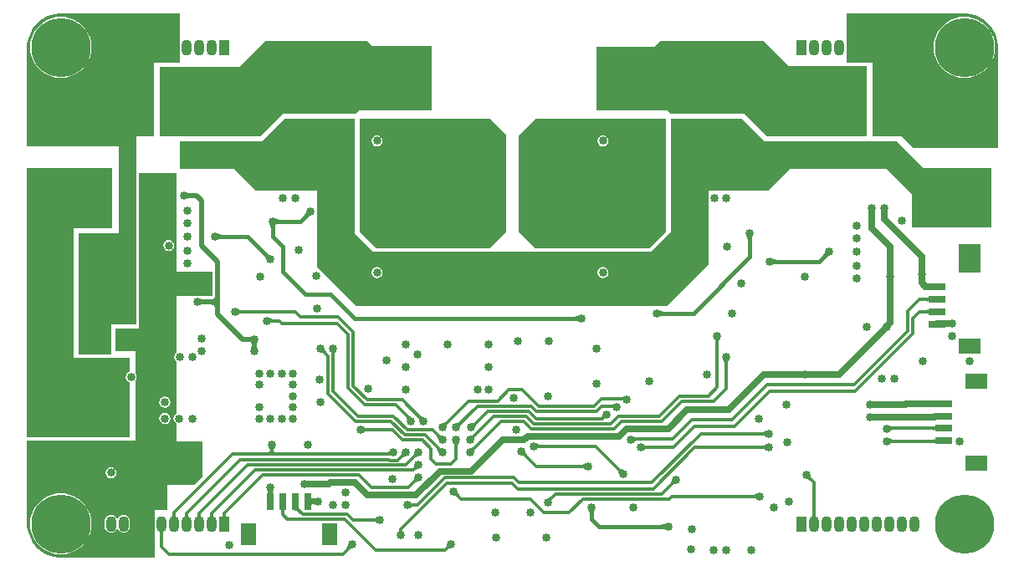
<source format=gbl>
G04*
G04 #@! TF.GenerationSoftware,Altium Limited,Altium Designer,21.0.8 (223)*
G04*
G04 Layer_Physical_Order=4*
G04 Layer_Color=16711680*
%FSLAX25Y25*%
%MOIN*%
G70*
G04*
G04 #@! TF.SameCoordinates,F73AF2F2-5EA1-4A86-BE9F-7F0372A2F074*
G04*
G04*
G04 #@! TF.FilePolarity,Positive*
G04*
G01*
G75*
%ADD20R,0.08661X0.06299*%
%ADD21R,0.07087X0.02756*%
G04:AMPARAMS|DCode=45|XSize=314.96mil|YSize=236.22mil|CornerRadius=11.81mil|HoleSize=0mil|Usage=FLASHONLY|Rotation=0.000|XOffset=0mil|YOffset=0mil|HoleType=Round|Shape=RoundedRectangle|*
%AMROUNDEDRECTD45*
21,1,0.31496,0.21260,0,0,0.0*
21,1,0.29134,0.23622,0,0,0.0*
1,1,0.02362,0.14567,-0.10630*
1,1,0.02362,-0.14567,-0.10630*
1,1,0.02362,-0.14567,0.10630*
1,1,0.02362,0.14567,0.10630*
%
%ADD45ROUNDEDRECTD45*%
%ADD139C,0.01181*%
%ADD140C,0.01772*%
%ADD141C,0.01575*%
%ADD142C,0.02559*%
%ADD144C,0.01968*%
%ADD148R,0.04331X0.06299*%
%ADD149O,0.04331X0.06299*%
%ADD150C,0.03347*%
%ADD151C,0.23622*%
%ADD152R,0.02756X0.07087*%
%ADD153R,0.06299X0.08661*%
G36*
X139279Y205500D02*
X162716D01*
Y179701D01*
X133701Y179701D01*
X132500Y178500D01*
X103500Y178500D01*
X94500Y169500D01*
X54500Y169500D01*
X54500Y197299D01*
X68799Y197299D01*
X86299D01*
X96500Y207500D01*
X137279D01*
X139279Y205500D01*
D02*
G37*
G36*
X305000Y197500D02*
X336000D01*
X336000Y169500D01*
X296500Y169500D01*
X287500Y178500D01*
X258000Y178500D01*
X256598Y179902D01*
X228583Y179902D01*
Y205098D01*
X251417D01*
X253819Y207500D01*
X295000D01*
X305000Y197500D01*
D02*
G37*
G36*
X377619Y218165D02*
X379315Y217711D01*
X380937Y217039D01*
X382457Y216161D01*
X383851Y215092D01*
X385092Y213850D01*
X386161Y212457D01*
X387039Y210937D01*
X387711Y209315D01*
X388165Y207619D01*
X388394Y205878D01*
Y205000D01*
Y165000D01*
X354500D01*
X350000Y169500D01*
X346000D01*
X338500Y169500D01*
X338500Y199000D01*
X328000D01*
Y218394D01*
X375878D01*
X377619Y218165D01*
D02*
G37*
G36*
X65240Y147136D02*
X65300Y147104D01*
X65377Y147076D01*
X65469Y147052D01*
X65577Y147031D01*
X65701Y147014D01*
X65997Y146992D01*
X66357Y146984D01*
Y145016D01*
X66169Y145014D01*
X65577Y144969D01*
X65469Y144948D01*
X65377Y144924D01*
X65300Y144896D01*
X65240Y144864D01*
X65195Y144829D01*
Y147171D01*
X65240Y147136D01*
D02*
G37*
G36*
X114483Y137827D02*
X114401Y137821D01*
X114313Y137802D01*
X114219Y137768D01*
X114120Y137722D01*
X114016Y137662D01*
X113906Y137589D01*
X113791Y137502D01*
X113544Y137287D01*
X113413Y137160D01*
X112160Y138413D01*
X112287Y138544D01*
X112502Y138791D01*
X112589Y138906D01*
X112662Y139016D01*
X112722Y139120D01*
X112768Y139219D01*
X112802Y139313D01*
X112821Y139401D01*
X112827Y139483D01*
X114483Y137827D01*
D02*
G37*
G36*
X100758Y136617D02*
X100834Y136568D01*
X100923Y136526D01*
X101026Y136489D01*
X101142Y136457D01*
X101271Y136432D01*
X101414Y136411D01*
X101740Y136389D01*
X101924Y136386D01*
Y134614D01*
X101740Y134611D01*
X101414Y134589D01*
X101271Y134569D01*
X101142Y134543D01*
X101026Y134511D01*
X100923Y134474D01*
X100834Y134432D01*
X100758Y134383D01*
X100695Y134329D01*
Y136671D01*
X100758Y136617D01*
D02*
G37*
G36*
X100617Y134242D02*
X100568Y134166D01*
X100526Y134077D01*
X100489Y133974D01*
X100457Y133858D01*
X100432Y133729D01*
X100411Y133586D01*
X100389Y133260D01*
X100386Y133077D01*
X98614D01*
X98611Y133260D01*
X98589Y133586D01*
X98568Y133729D01*
X98543Y133858D01*
X98511Y133974D01*
X98474Y134077D01*
X98431Y134166D01*
X98383Y134242D01*
X98329Y134305D01*
X100671D01*
X100617Y134242D01*
D02*
G37*
G36*
X62500Y206649D02*
X62413Y205984D01*
Y204016D01*
X62500Y203351D01*
Y199000D01*
X52000D01*
Y169500D01*
X45000Y169500D01*
X45000Y94500D01*
X35000Y94500D01*
X35000Y82500D01*
X22000Y82500D01*
X22000Y131000D01*
X38000Y131000D01*
X38000Y165500D01*
X1606Y165500D01*
Y205000D01*
Y205878D01*
X1835Y207619D01*
X2289Y209315D01*
X2961Y210937D01*
X3839Y212457D01*
X4908Y213850D01*
X6149Y215092D01*
X7542Y216161D01*
X9063Y217039D01*
X10685Y217711D01*
X12381Y218165D01*
X14122Y218394D01*
X62500D01*
X62500Y206649D01*
D02*
G37*
G36*
X290617Y129742D02*
X290568Y129666D01*
X290526Y129577D01*
X290489Y129474D01*
X290457Y129358D01*
X290431Y129228D01*
X290411Y129086D01*
X290389Y128760D01*
X290386Y128577D01*
X288614D01*
X288611Y128760D01*
X288589Y129086D01*
X288568Y129228D01*
X288543Y129358D01*
X288511Y129474D01*
X288474Y129577D01*
X288432Y129666D01*
X288383Y129742D01*
X288329Y129805D01*
X290671D01*
X290617Y129742D01*
D02*
G37*
G36*
X77573Y130617D02*
X77649Y130569D01*
X77738Y130526D01*
X77841Y130489D01*
X77957Y130457D01*
X78087Y130431D01*
X78229Y130412D01*
X78555Y130389D01*
X78738Y130386D01*
Y128614D01*
X78555Y128611D01*
X78229Y128588D01*
X78087Y128568D01*
X77957Y128543D01*
X77841Y128511D01*
X77738Y128474D01*
X77649Y128431D01*
X77573Y128383D01*
X77510Y128329D01*
Y130671D01*
X77573Y130617D01*
D02*
G37*
G36*
X192500Y170000D02*
X192500Y131500D01*
X186000Y125000D01*
X140500D01*
X134000Y131500D01*
Y176500D01*
X186000D01*
X192500Y170000D01*
D02*
G37*
G36*
X256000Y176500D02*
Y131500D01*
X249500Y125000D01*
Y125000D01*
X204000Y125000D01*
X197500Y131500D01*
Y170000D01*
X204000Y176500D01*
X256000Y176500D01*
D02*
G37*
G36*
X295500Y167500D02*
X347956Y167500D01*
X352000Y163456D01*
X358645Y156811D01*
X385748D01*
Y133189D01*
X354252Y133189D01*
X354252Y146248D01*
X344000Y156500D01*
X327000Y156500D01*
X305500Y156500D01*
X297000Y148000D01*
X273000D01*
Y118500D01*
X256500Y102000D01*
X166500Y102000D01*
X132500Y102000D01*
X117000Y117500D01*
X117000Y148000D01*
X92500Y148000D01*
X84000Y156500D01*
X62500Y156500D01*
X62500Y167500D01*
X95000Y167500D01*
X104000Y176500D01*
X132000D01*
X132000Y131000D01*
X139500Y123500D01*
X250000D01*
X258000Y131500D01*
X258000Y176500D01*
X286500D01*
X295500Y167500D01*
D02*
G37*
G36*
X321168Y121827D02*
X321086Y121821D01*
X320998Y121801D01*
X320904Y121768D01*
X320805Y121722D01*
X320701Y121662D01*
X320591Y121589D01*
X320476Y121502D01*
X320229Y121287D01*
X320098Y121160D01*
X318845Y122413D01*
X318972Y122544D01*
X319187Y122791D01*
X319274Y122906D01*
X319347Y123016D01*
X319407Y123120D01*
X319454Y123219D01*
X319486Y123313D01*
X319506Y123401D01*
X319512Y123483D01*
X321168Y121827D01*
D02*
G37*
G36*
X97544Y122713D02*
X97791Y122498D01*
X97906Y122411D01*
X98016Y122338D01*
X98120Y122278D01*
X98219Y122231D01*
X98312Y122198D01*
X98401Y122179D01*
X98483Y122173D01*
X96827Y120517D01*
X96821Y120599D01*
X96802Y120687D01*
X96768Y120781D01*
X96722Y120880D01*
X96662Y120984D01*
X96589Y121094D01*
X96502Y121209D01*
X96287Y121456D01*
X96160Y121587D01*
X97413Y122840D01*
X97544Y122713D01*
D02*
G37*
G36*
X298758Y120617D02*
X298834Y120569D01*
X298923Y120526D01*
X299026Y120489D01*
X299142Y120457D01*
X299271Y120431D01*
X299414Y120412D01*
X299740Y120389D01*
X299923Y120386D01*
Y118614D01*
X299740Y118611D01*
X299414Y118588D01*
X299271Y118569D01*
X299142Y118543D01*
X299026Y118511D01*
X298923Y118474D01*
X298834Y118431D01*
X298758Y118383D01*
X298695Y118329D01*
Y120671D01*
X298758Y120617D01*
D02*
G37*
G36*
X381299Y121429D02*
Y115130D01*
X372638D01*
X372638Y126500D01*
X381299D01*
Y121429D01*
D02*
G37*
G36*
X61000Y115500D02*
X75500Y115500D01*
X75500Y106000D01*
X61000Y106000D01*
Y83112D01*
X60933Y83067D01*
X60453Y82348D01*
X60284Y81500D01*
X60453Y80652D01*
X60933Y79933D01*
X61000Y79888D01*
X61000Y58946D01*
X60433Y58567D01*
X59953Y57848D01*
X59784Y57000D01*
X59953Y56152D01*
X60433Y55433D01*
X61000Y55054D01*
Y48000D01*
X71500D01*
Y34000D01*
X68000Y30500D01*
X57500D01*
X57500Y20561D01*
X57439Y20500D01*
X52500D01*
Y16649D01*
X52412Y15984D01*
Y14016D01*
X52500Y13351D01*
Y1606D01*
X14122D01*
X12381Y1835D01*
X10685Y2289D01*
X9063Y2961D01*
X7542Y3839D01*
X6149Y4908D01*
X4908Y6149D01*
X3839Y7542D01*
X2961Y9063D01*
X2289Y10685D01*
X1835Y12381D01*
X1606Y14122D01*
Y15000D01*
Y48240D01*
X44705D01*
Y72140D01*
X45047Y72652D01*
X45216Y73500D01*
X45047Y74348D01*
X44705Y74860D01*
Y84000D01*
X36933Y84000D01*
X36933Y92756D01*
X46000Y92756D01*
Y155000D01*
X61000D01*
X61000Y115500D01*
D02*
G37*
G36*
X360457Y103319D02*
X360445Y103431D01*
X360409Y103532D01*
X360350Y103620D01*
X360266Y103697D01*
X360159Y103762D01*
X360028Y103815D01*
X359872Y103856D01*
X359694Y103886D01*
X359491Y103903D01*
X359264Y103909D01*
Y105091D01*
X359491Y105096D01*
X359694Y105114D01*
X359872Y105144D01*
X360028Y105185D01*
X360159Y105238D01*
X360266Y105303D01*
X360350Y105380D01*
X360409Y105468D01*
X360445Y105569D01*
X360457Y105681D01*
Y103319D01*
D02*
G37*
G36*
X70740Y104636D02*
X70800Y104604D01*
X70876Y104576D01*
X70969Y104552D01*
X71077Y104531D01*
X71201Y104514D01*
X71497Y104492D01*
X71857Y104484D01*
Y102516D01*
X71669Y102514D01*
X71077Y102469D01*
X70969Y102448D01*
X70876Y102424D01*
X70800Y102396D01*
X70740Y102364D01*
X70695Y102329D01*
Y104671D01*
X70740Y104636D01*
D02*
G37*
G36*
X78484Y103500D02*
X76516Y100547D01*
X76496Y100921D01*
X76437Y101256D01*
X76339Y101551D01*
X76201Y101807D01*
X76024Y102024D01*
X75807Y102201D01*
X75551Y102339D01*
X75256Y102437D01*
X74921Y102496D01*
X74547Y102516D01*
Y104484D01*
X74921Y104504D01*
X75256Y104563D01*
X75551Y104661D01*
X75807Y104799D01*
X76024Y104976D01*
X76201Y105193D01*
X76339Y105449D01*
X76437Y105744D01*
X76496Y106079D01*
X76516Y106453D01*
X78484Y103500D01*
D02*
G37*
G36*
X360457Y98398D02*
X360445Y98510D01*
X360409Y98610D01*
X360350Y98699D01*
X360266Y98776D01*
X360159Y98840D01*
X360028Y98894D01*
X359872Y98935D01*
X359694Y98965D01*
X359491Y98982D01*
X359264Y98988D01*
Y100169D01*
X359491Y100175D01*
X359694Y100193D01*
X359872Y100222D01*
X360028Y100264D01*
X360159Y100317D01*
X360266Y100382D01*
X360350Y100459D01*
X360409Y100547D01*
X360445Y100648D01*
X360457Y100760D01*
Y98398D01*
D02*
G37*
G36*
X85811Y100561D02*
X85932Y100462D01*
X86058Y100375D01*
X86188Y100300D01*
X86323Y100236D01*
X86463Y100183D01*
X86607Y100143D01*
X86757Y100114D01*
X86911Y100096D01*
X87069Y100091D01*
Y98909D01*
X86911Y98904D01*
X86757Y98886D01*
X86607Y98857D01*
X86463Y98817D01*
X86323Y98764D01*
X86188Y98700D01*
X86058Y98625D01*
X85932Y98538D01*
X85811Y98439D01*
X85695Y98329D01*
Y100671D01*
X85811Y100561D01*
D02*
G37*
G36*
X253758Y100117D02*
X253834Y100068D01*
X253923Y100026D01*
X254026Y99989D01*
X254142Y99957D01*
X254272Y99932D01*
X254414Y99911D01*
X254740Y99889D01*
X254924Y99886D01*
Y98114D01*
X254740Y98111D01*
X254414Y98089D01*
X254272Y98068D01*
X254142Y98043D01*
X254026Y98011D01*
X253923Y97974D01*
X253834Y97931D01*
X253758Y97883D01*
X253695Y97829D01*
Y100171D01*
X253758Y100117D01*
D02*
G37*
G36*
X221305Y95829D02*
X221242Y95883D01*
X221166Y95932D01*
X221077Y95974D01*
X220974Y96011D01*
X220858Y96043D01*
X220728Y96069D01*
X220586Y96088D01*
X220260Y96111D01*
X220076Y96114D01*
Y97886D01*
X220260Y97889D01*
X220586Y97912D01*
X220728Y97931D01*
X220858Y97957D01*
X220974Y97989D01*
X221077Y98026D01*
X221166Y98068D01*
X221242Y98117D01*
X221305Y98171D01*
Y95829D01*
D02*
G37*
G36*
X98311Y97061D02*
X98432Y96962D01*
X98558Y96875D01*
X98688Y96800D01*
X98823Y96736D01*
X98963Y96684D01*
X99107Y96643D01*
X99257Y96614D01*
X99411Y96596D01*
X99569Y96591D01*
Y95410D01*
X99411Y95404D01*
X99257Y95386D01*
X99107Y95357D01*
X98963Y95316D01*
X98823Y95264D01*
X98688Y95200D01*
X98558Y95125D01*
X98432Y95038D01*
X98311Y94939D01*
X98195Y94829D01*
Y97171D01*
X98311Y97061D01*
D02*
G37*
G36*
X369543Y93476D02*
X369156Y93475D01*
X367691Y93386D01*
X367589Y93358D01*
X367528Y93327D01*
X367508Y93291D01*
Y96023D01*
X367528Y96026D01*
X367589Y96028D01*
X369543Y96035D01*
Y93476D01*
D02*
G37*
G36*
X277561Y88689D02*
X277462Y88568D01*
X277375Y88442D01*
X277300Y88312D01*
X277236Y88177D01*
X277184Y88037D01*
X277143Y87893D01*
X277114Y87743D01*
X277096Y87589D01*
X277091Y87431D01*
X275909D01*
X275904Y87589D01*
X275886Y87743D01*
X275857Y87893D01*
X275816Y88037D01*
X275764Y88177D01*
X275700Y88312D01*
X275625Y88442D01*
X275538Y88568D01*
X275439Y88689D01*
X275329Y88805D01*
X277671D01*
X277561Y88689D01*
D02*
G37*
G36*
X90720Y87422D02*
X90675Y87464D01*
X90615Y87501D01*
X90538Y87534D01*
X90446Y87563D01*
X90338Y87587D01*
X90214Y87607D01*
X89918Y87633D01*
X89560Y87642D01*
X89744Y89610D01*
X89933Y89612D01*
X90631Y89663D01*
X90722Y89683D01*
X90797Y89705D01*
X90855Y89730D01*
X90897Y89758D01*
X90720Y87422D01*
D02*
G37*
G36*
X93136Y87261D02*
X93104Y87200D01*
X93076Y87124D01*
X93052Y87031D01*
X93031Y86923D01*
X93014Y86799D01*
X92992Y86503D01*
X92986Y86212D01*
X92986Y86169D01*
X93031Y85577D01*
X93052Y85469D01*
X93076Y85377D01*
X93104Y85300D01*
X93136Y85239D01*
X93171Y85195D01*
X90829D01*
X90864Y85239D01*
X90896Y85300D01*
X90924Y85377D01*
X90948Y85469D01*
X90969Y85577D01*
X90986Y85701D01*
X91008Y85997D01*
X91014Y86288D01*
X91014Y86331D01*
X90969Y86923D01*
X90948Y87031D01*
X90924Y87124D01*
X90896Y87200D01*
X90864Y87261D01*
X90829Y87305D01*
X93171D01*
X93136Y87261D01*
D02*
G37*
G36*
X120177Y84823D02*
X120193Y84668D01*
X120220Y84517D01*
X120259Y84372D01*
X120309Y84231D01*
X120371Y84095D01*
X120445Y83964D01*
X120530Y83838D01*
X120626Y83717D01*
X120735Y83601D01*
X119899Y82766D01*
X119783Y82874D01*
X119662Y82970D01*
X119536Y83055D01*
X119405Y83129D01*
X119269Y83191D01*
X119128Y83241D01*
X118983Y83280D01*
X118832Y83307D01*
X118677Y83323D01*
X118517Y83327D01*
X120173Y84983D01*
X120177Y84823D01*
D02*
G37*
G36*
X124561Y83689D02*
X124462Y83568D01*
X124375Y83442D01*
X124300Y83312D01*
X124236Y83177D01*
X124183Y83037D01*
X124143Y82893D01*
X124114Y82743D01*
X124096Y82589D01*
X124091Y82430D01*
X122909D01*
X122904Y82589D01*
X122886Y82743D01*
X122857Y82893D01*
X122817Y83037D01*
X122764Y83177D01*
X122700Y83312D01*
X122625Y83442D01*
X122538Y83568D01*
X122439Y83689D01*
X122329Y83805D01*
X124671D01*
X124561Y83689D01*
D02*
G37*
G36*
X281061Y80189D02*
X280962Y80068D01*
X280875Y79942D01*
X280800Y79812D01*
X280736Y79677D01*
X280683Y79537D01*
X280643Y79392D01*
X280614Y79243D01*
X280596Y79089D01*
X280591Y78930D01*
X279410D01*
X279404Y79089D01*
X279386Y79243D01*
X279357Y79392D01*
X279316Y79537D01*
X279264Y79677D01*
X279200Y79812D01*
X279125Y79942D01*
X279038Y80068D01*
X278939Y80189D01*
X278829Y80305D01*
X281171D01*
X281061Y80189D01*
D02*
G37*
G36*
X363126Y61516D02*
X363101Y61532D01*
X363024Y61547D01*
X362896Y61560D01*
X362205Y61589D01*
X360567Y61602D01*
Y64161D01*
X363126Y64248D01*
Y61516D01*
D02*
G37*
G36*
X231805Y56978D02*
X231765Y56989D01*
X231720Y56989D01*
X231668Y56977D01*
X231611Y56955D01*
X231548Y56921D01*
X231479Y56876D01*
X231404Y56819D01*
X231236Y56673D01*
X231143Y56582D01*
X230308Y57418D01*
X230419Y57530D01*
X230738Y57899D01*
X230787Y57971D01*
X230823Y58034D01*
X230848Y58089D01*
X230859Y58136D01*
X230859Y58174D01*
X231805Y56978D01*
D02*
G37*
G36*
X153635Y58256D02*
X153752Y58157D01*
X153874Y58066D01*
X154001Y57982D01*
X154134Y57905D01*
X154271Y57836D01*
X154414Y57774D01*
X154561Y57719D01*
X154714Y57672D01*
X154872Y57631D01*
X152876Y56405D01*
X152906Y56552D01*
X152920Y56697D01*
X152918Y56839D01*
X152901Y56977D01*
X152868Y57112D01*
X152820Y57244D01*
X152757Y57373D01*
X152678Y57499D01*
X152583Y57622D01*
X152473Y57741D01*
X153523Y58362D01*
X153635Y58256D01*
D02*
G37*
G36*
X158217Y58126D02*
X158338Y58030D01*
X158464Y57945D01*
X158595Y57871D01*
X158731Y57809D01*
X158872Y57759D01*
X159017Y57720D01*
X159168Y57693D01*
X159323Y57677D01*
X159483Y57673D01*
X157827Y56017D01*
X157823Y56177D01*
X157807Y56332D01*
X157780Y56483D01*
X157741Y56628D01*
X157691Y56769D01*
X157629Y56905D01*
X157555Y57036D01*
X157470Y57162D01*
X157374Y57283D01*
X157265Y57399D01*
X158101Y58235D01*
X158217Y58126D01*
D02*
G37*
G36*
X180810Y54700D02*
X180703Y54586D01*
X180605Y54466D01*
X180517Y54341D01*
X180438Y54211D01*
X180369Y54076D01*
X180309Y53936D01*
X180259Y53790D01*
X180218Y53640D01*
X180186Y53484D01*
X180164Y53322D01*
X178711Y55160D01*
X178866Y55147D01*
X179018Y55147D01*
X179165Y55161D01*
X179308Y55189D01*
X179447Y55230D01*
X179582Y55285D01*
X179712Y55353D01*
X179839Y55435D01*
X179961Y55531D01*
X180079Y55640D01*
X180810Y54700D01*
D02*
G37*
G36*
X174734Y54899D02*
X174626Y54783D01*
X174530Y54662D01*
X174445Y54536D01*
X174371Y54405D01*
X174309Y54269D01*
X174259Y54128D01*
X174220Y53983D01*
X174193Y53832D01*
X174177Y53677D01*
X174173Y53517D01*
X172517Y55173D01*
X172677Y55177D01*
X172832Y55193D01*
X172983Y55220D01*
X173128Y55259D01*
X173269Y55309D01*
X173405Y55371D01*
X173536Y55445D01*
X173662Y55530D01*
X173783Y55626D01*
X173899Y55734D01*
X174734Y54899D01*
D02*
G37*
G36*
X169235D02*
X169126Y54783D01*
X169030Y54662D01*
X168945Y54536D01*
X168871Y54405D01*
X168809Y54269D01*
X168759Y54128D01*
X168720Y53983D01*
X168693Y53832D01*
X168677Y53677D01*
X168673Y53517D01*
X167017Y55173D01*
X167177Y55177D01*
X167332Y55193D01*
X167483Y55220D01*
X167628Y55259D01*
X167769Y55309D01*
X167905Y55371D01*
X168036Y55445D01*
X168162Y55530D01*
X168283Y55626D01*
X168399Y55734D01*
X169235Y54899D01*
D02*
G37*
G36*
X345299Y54076D02*
X345421Y53978D01*
X345548Y53892D01*
X345679Y53817D01*
X345815Y53754D01*
X345955Y53702D01*
X346100Y53662D01*
X346250Y53633D01*
X346403Y53616D01*
X346562Y53610D01*
X346577Y52429D01*
X346418Y52423D01*
X346264Y52406D01*
X346115Y52376D01*
X345971Y52335D01*
X345831Y52283D01*
X345697Y52218D01*
X345567Y52142D01*
X345443Y52054D01*
X345323Y51954D01*
X345209Y51843D01*
X345181Y54185D01*
X345299Y54076D01*
D02*
G37*
G36*
X363138Y51839D02*
X363126Y51951D01*
X363090Y52051D01*
X363031Y52140D01*
X362947Y52217D01*
X362840Y52281D01*
X362709Y52335D01*
X362554Y52376D01*
X362375Y52406D01*
X362172Y52423D01*
X361945Y52429D01*
Y53610D01*
X362172Y53616D01*
X362375Y53634D01*
X362554Y53663D01*
X362709Y53705D01*
X362840Y53758D01*
X362947Y53823D01*
X363031Y53900D01*
X363090Y53988D01*
X363126Y54089D01*
X363138Y54201D01*
Y51839D01*
D02*
G37*
G36*
X135811Y53561D02*
X135932Y53462D01*
X136058Y53375D01*
X136188Y53300D01*
X136323Y53236D01*
X136463Y53184D01*
X136608Y53143D01*
X136757Y53114D01*
X136911Y53096D01*
X137069Y53091D01*
Y51910D01*
X136911Y51904D01*
X136757Y51886D01*
X136608Y51857D01*
X136463Y51816D01*
X136323Y51764D01*
X136188Y51700D01*
X136058Y51625D01*
X135932Y51538D01*
X135811Y51439D01*
X135695Y51329D01*
Y53671D01*
X135811Y53561D01*
D02*
G37*
G36*
X180192Y49819D02*
X180076Y49698D01*
X179885Y49467D01*
X179810Y49358D01*
X179749Y49252D01*
X179701Y49150D01*
X179668Y49053D01*
X179648Y48959D01*
X179642Y48868D01*
X179649Y48782D01*
X178335Y50139D01*
X178421Y50129D01*
X178511Y50132D01*
X178604Y50149D01*
X178701Y50180D01*
X178801Y50225D01*
X178905Y50283D01*
X179013Y50355D01*
X179124Y50441D01*
X179239Y50541D01*
X179357Y50654D01*
X180192Y49819D01*
D02*
G37*
G36*
X295805Y49829D02*
X295689Y49939D01*
X295568Y50038D01*
X295442Y50125D01*
X295312Y50200D01*
X295177Y50264D01*
X295037Y50317D01*
X294893Y50357D01*
X294743Y50386D01*
X294589Y50404D01*
X294430Y50409D01*
Y51591D01*
X294589Y51596D01*
X294743Y51614D01*
X294893Y51643D01*
X295037Y51683D01*
X295177Y51736D01*
X295312Y51800D01*
X295442Y51875D01*
X295568Y51962D01*
X295689Y52061D01*
X295805Y52171D01*
Y49829D01*
D02*
G37*
G36*
X35500Y133000D02*
X20000D01*
X20000Y81114D01*
X42500Y81114D01*
Y75616D01*
X42152Y75547D01*
X41433Y75067D01*
X40953Y74348D01*
X40784Y73500D01*
X40953Y72652D01*
X41433Y71933D01*
X42152Y71453D01*
X42500Y71384D01*
X42500Y49421D01*
X1606Y49421D01*
Y157000D01*
X35500D01*
X35500Y133000D01*
D02*
G37*
G36*
X165717Y50626D02*
X165838Y50530D01*
X165964Y50445D01*
X166095Y50371D01*
X166231Y50309D01*
X166372Y50259D01*
X166517Y50220D01*
X166668Y50193D01*
X166823Y50177D01*
X166983Y50173D01*
X165327Y48517D01*
X165323Y48677D01*
X165307Y48832D01*
X165280Y48983D01*
X165241Y49128D01*
X165191Y49269D01*
X165129Y49405D01*
X165055Y49536D01*
X164970Y49662D01*
X164874Y49783D01*
X164766Y49899D01*
X165601Y50735D01*
X165717Y50626D01*
D02*
G37*
G36*
X243129Y49752D02*
X243265Y49668D01*
X243404Y49595D01*
X243545Y49531D01*
X243689Y49477D01*
X243835Y49433D01*
X243983Y49398D01*
X244134Y49374D01*
X244287Y49359D01*
X244443Y49354D01*
X244645Y48173D01*
X244484Y48167D01*
X244330Y48148D01*
X244183Y48116D01*
X244044Y48071D01*
X243912Y48013D01*
X243788Y47942D01*
X243671Y47859D01*
X243562Y47763D01*
X243459Y47654D01*
X243365Y47532D01*
X242995Y49845D01*
X243129Y49752D01*
D02*
G37*
G36*
X345311Y49061D02*
X345432Y48962D01*
X345558Y48875D01*
X345688Y48800D01*
X345823Y48736D01*
X345963Y48684D01*
X346108Y48643D01*
X346257Y48614D01*
X346411Y48596D01*
X346569Y48591D01*
Y47409D01*
X346411Y47404D01*
X346257Y47386D01*
X346108Y47357D01*
X345963Y47317D01*
X345823Y47264D01*
X345688Y47200D01*
X345558Y47125D01*
X345432Y47038D01*
X345311Y46939D01*
X345195Y46829D01*
Y49171D01*
X345311Y49061D01*
D02*
G37*
G36*
X363138Y46819D02*
X363126Y46931D01*
X363090Y47032D01*
X363031Y47120D01*
X362947Y47197D01*
X362840Y47262D01*
X362709Y47315D01*
X362554Y47356D01*
X362375Y47386D01*
X362172Y47403D01*
X361945Y47409D01*
Y48591D01*
X362172Y48597D01*
X362375Y48614D01*
X362554Y48644D01*
X362709Y48685D01*
X362840Y48738D01*
X362947Y48803D01*
X363031Y48880D01*
X363090Y48968D01*
X363126Y49069D01*
X363138Y49181D01*
Y46819D01*
D02*
G37*
G36*
X173561Y47189D02*
X173462Y47068D01*
X173375Y46942D01*
X173300Y46812D01*
X173236Y46677D01*
X173184Y46537D01*
X173143Y46393D01*
X173114Y46243D01*
X173096Y46089D01*
X173091Y45930D01*
X171909D01*
X171904Y46089D01*
X171886Y46243D01*
X171857Y46393D01*
X171817Y46537D01*
X171764Y46677D01*
X171700Y46812D01*
X171625Y46942D01*
X171538Y47068D01*
X171439Y47189D01*
X171329Y47305D01*
X173671D01*
X173561Y47189D01*
D02*
G37*
G36*
X204811Y47061D02*
X204932Y46962D01*
X205058Y46875D01*
X205188Y46800D01*
X205323Y46736D01*
X205463Y46683D01*
X205608Y46643D01*
X205757Y46614D01*
X205911Y46596D01*
X206069Y46591D01*
Y45409D01*
X205911Y45404D01*
X205757Y45386D01*
X205608Y45357D01*
X205463Y45316D01*
X205323Y45264D01*
X205188Y45200D01*
X205058Y45125D01*
X204932Y45038D01*
X204811Y44939D01*
X204695Y44829D01*
Y47171D01*
X204811Y47061D01*
D02*
G37*
G36*
X295805Y44329D02*
X295689Y44439D01*
X295568Y44538D01*
X295442Y44625D01*
X295312Y44700D01*
X295177Y44764D01*
X295037Y44816D01*
X294893Y44857D01*
X294743Y44886D01*
X294589Y44904D01*
X294430Y44909D01*
Y46091D01*
X294589Y46096D01*
X294743Y46114D01*
X294893Y46143D01*
X295037Y46183D01*
X295177Y46236D01*
X295312Y46300D01*
X295442Y46375D01*
X295568Y46462D01*
X295689Y46561D01*
X295805Y46671D01*
Y44329D01*
D02*
G37*
G36*
X247311Y46561D02*
X247432Y46462D01*
X247558Y46375D01*
X247688Y46300D01*
X247823Y46236D01*
X247963Y46183D01*
X248108Y46143D01*
X248257Y46114D01*
X248411Y46096D01*
X248569Y46091D01*
Y44909D01*
X248411Y44904D01*
X248257Y44886D01*
X248108Y44857D01*
X247963Y44816D01*
X247823Y44764D01*
X247688Y44700D01*
X247558Y44625D01*
X247432Y44538D01*
X247311Y44439D01*
X247195Y44329D01*
Y46671D01*
X247311Y46561D01*
D02*
G37*
G36*
X180235Y44899D02*
X180126Y44783D01*
X180030Y44662D01*
X179945Y44536D01*
X179871Y44405D01*
X179809Y44269D01*
X179759Y44128D01*
X179720Y43983D01*
X179693Y43832D01*
X179677Y43677D01*
X179673Y43517D01*
X178017Y45173D01*
X178177Y45177D01*
X178332Y45193D01*
X178483Y45220D01*
X178628Y45259D01*
X178769Y45309D01*
X178905Y45371D01*
X179036Y45445D01*
X179162Y45530D01*
X179283Y45626D01*
X179399Y45735D01*
X180235Y44899D01*
D02*
G37*
G36*
X165717Y45626D02*
X165838Y45530D01*
X165964Y45445D01*
X166095Y45371D01*
X166231Y45309D01*
X166372Y45259D01*
X166517Y45220D01*
X166668Y45193D01*
X166823Y45177D01*
X166983Y45173D01*
X165327Y43517D01*
X165323Y43677D01*
X165307Y43832D01*
X165280Y43983D01*
X165241Y44128D01*
X165191Y44269D01*
X165129Y44405D01*
X165055Y44536D01*
X164970Y44662D01*
X164874Y44783D01*
X164766Y44899D01*
X165601Y45735D01*
X165717Y45626D01*
D02*
G37*
G36*
X100061Y45189D02*
X99962Y45068D01*
X99875Y44942D01*
X99800Y44812D01*
X99736Y44677D01*
X99683Y44537D01*
X99643Y44392D01*
X99636Y44357D01*
X99638Y44346D01*
X99697Y44169D01*
X99779Y44016D01*
X99886Y43886D01*
X100016Y43780D01*
X100169Y43697D01*
X100347Y43638D01*
X100547Y43602D01*
X100772Y43591D01*
X99000Y42409D01*
X97228Y43591D01*
X97453Y43602D01*
X97654Y43638D01*
X97831Y43697D01*
X97984Y43780D01*
X98114Y43886D01*
X98220Y44016D01*
X98303Y44169D01*
X98362Y44346D01*
X98364Y44357D01*
X98357Y44392D01*
X98317Y44537D01*
X98264Y44677D01*
X98200Y44812D01*
X98125Y44942D01*
X98038Y45068D01*
X97939Y45189D01*
X97829Y45305D01*
X100171D01*
X100061Y45189D01*
D02*
G37*
G36*
X200177Y43823D02*
X200193Y43668D01*
X200220Y43517D01*
X200259Y43372D01*
X200309Y43231D01*
X200371Y43095D01*
X200445Y42964D01*
X200530Y42838D01*
X200626Y42717D01*
X200734Y42601D01*
X199899Y41765D01*
X199783Y41874D01*
X199662Y41970D01*
X199536Y42055D01*
X199405Y42129D01*
X199269Y42191D01*
X199128Y42241D01*
X198983Y42280D01*
X198832Y42307D01*
X198677Y42323D01*
X198517Y42327D01*
X200173Y43983D01*
X200177Y43823D01*
D02*
G37*
G36*
X157483Y41827D02*
X157323Y41823D01*
X157168Y41807D01*
X157017Y41780D01*
X156872Y41741D01*
X156731Y41691D01*
X156595Y41629D01*
X156464Y41555D01*
X156338Y41470D01*
X156217Y41374D01*
X156101Y41265D01*
X155265Y42101D01*
X155374Y42217D01*
X155470Y42338D01*
X155555Y42464D01*
X155629Y42595D01*
X155691Y42731D01*
X155741Y42872D01*
X155780Y43017D01*
X155807Y43168D01*
X155823Y43323D01*
X155827Y43483D01*
X157483Y41827D01*
D02*
G37*
G36*
X152483D02*
X152323Y41823D01*
X152168Y41807D01*
X152017Y41780D01*
X151872Y41741D01*
X151731Y41691D01*
X151595Y41629D01*
X151464Y41555D01*
X151338Y41470D01*
X151217Y41374D01*
X151101Y41265D01*
X150266Y42101D01*
X150374Y42217D01*
X150470Y42338D01*
X150555Y42464D01*
X150629Y42595D01*
X150691Y42731D01*
X150741Y42872D01*
X150780Y43017D01*
X150807Y43168D01*
X150823Y43323D01*
X150827Y43483D01*
X152483Y41827D01*
D02*
G37*
G36*
X223805Y36829D02*
X223689Y36939D01*
X223568Y37038D01*
X223442Y37125D01*
X223312Y37200D01*
X223177Y37264D01*
X223037Y37317D01*
X222892Y37357D01*
X222743Y37386D01*
X222589Y37404D01*
X222430Y37409D01*
Y38591D01*
X222589Y38596D01*
X222743Y38614D01*
X222892Y38643D01*
X223037Y38684D01*
X223177Y38736D01*
X223312Y38800D01*
X223442Y38875D01*
X223568Y38962D01*
X223689Y39061D01*
X223805Y39171D01*
Y36829D01*
D02*
G37*
G36*
X157483Y36827D02*
X157323Y36823D01*
X157168Y36807D01*
X157017Y36780D01*
X156872Y36741D01*
X156731Y36691D01*
X156595Y36629D01*
X156464Y36555D01*
X156338Y36470D01*
X156217Y36374D01*
X156101Y36266D01*
X155265Y37101D01*
X155374Y37217D01*
X155470Y37338D01*
X155555Y37464D01*
X155629Y37595D01*
X155691Y37731D01*
X155741Y37872D01*
X155780Y38017D01*
X155807Y38168D01*
X155823Y38323D01*
X155827Y38483D01*
X157483Y36827D01*
D02*
G37*
G36*
X237717Y37126D02*
X237838Y37030D01*
X237964Y36945D01*
X238095Y36871D01*
X238231Y36809D01*
X238372Y36759D01*
X238517Y36720D01*
X238668Y36693D01*
X238823Y36677D01*
X238983Y36673D01*
X237327Y35017D01*
X237323Y35177D01*
X237307Y35332D01*
X237280Y35483D01*
X237241Y35628D01*
X237191Y35769D01*
X237129Y35905D01*
X237055Y36036D01*
X236970Y36162D01*
X236874Y36283D01*
X236766Y36399D01*
X237601Y37235D01*
X237717Y37126D01*
D02*
G37*
G36*
X313677Y34323D02*
X313693Y34168D01*
X313720Y34017D01*
X313759Y33872D01*
X313809Y33731D01*
X313871Y33595D01*
X313945Y33464D01*
X314030Y33338D01*
X314126Y33217D01*
X314234Y33101D01*
X313399Y32265D01*
X313283Y32374D01*
X313162Y32470D01*
X313036Y32555D01*
X312905Y32629D01*
X312769Y32691D01*
X312628Y32741D01*
X312483Y32780D01*
X312332Y32807D01*
X312177Y32823D01*
X312017Y32827D01*
X313673Y34483D01*
X313677Y34323D01*
D02*
G37*
G36*
X157483Y31827D02*
X157323Y31823D01*
X157168Y31807D01*
X157017Y31780D01*
X156872Y31741D01*
X156731Y31691D01*
X156595Y31629D01*
X156464Y31555D01*
X156338Y31470D01*
X156217Y31374D01*
X156101Y31266D01*
X155265Y32101D01*
X155374Y32217D01*
X155470Y32338D01*
X155555Y32464D01*
X155629Y32595D01*
X155691Y32731D01*
X155741Y32872D01*
X155780Y33017D01*
X155807Y33168D01*
X155823Y33323D01*
X155827Y33483D01*
X157483Y31827D01*
D02*
G37*
G36*
X259983Y30827D02*
X259823Y30823D01*
X259668Y30807D01*
X259517Y30780D01*
X259372Y30741D01*
X259231Y30691D01*
X259095Y30629D01*
X258964Y30555D01*
X258838Y30470D01*
X258717Y30374D01*
X258601Y30266D01*
X257766Y31101D01*
X257874Y31217D01*
X257970Y31338D01*
X258055Y31464D01*
X258129Y31595D01*
X258191Y31731D01*
X258241Y31872D01*
X258280Y32017D01*
X258307Y32168D01*
X258323Y32323D01*
X258327Y32483D01*
X259983Y30827D01*
D02*
G37*
G36*
X99548Y28968D02*
X99594Y28343D01*
X99713Y28347D01*
X99681Y28304D01*
X99652Y28244D01*
X99626Y28168D01*
X99612Y28108D01*
X99614Y28082D01*
X99654Y27866D01*
X99702Y27689D01*
X99759Y27551D01*
X99825Y27453D01*
X99900Y27393D01*
X99984Y27374D01*
X99545D01*
X99543Y27188D01*
X97575Y27102D01*
X97573Y27289D01*
X97567Y27374D01*
X97252D01*
X97313Y27393D01*
X97368Y27453D01*
X97417Y27551D01*
X97459Y27689D01*
X97494Y27866D01*
X97507Y27963D01*
X97502Y27989D01*
X97475Y28082D01*
X97445Y28159D01*
X97410Y28220D01*
X97372Y28264D01*
X97536Y28270D01*
X97562Y28634D01*
X97575Y29342D01*
X99543D01*
X99548Y28968D01*
D02*
G37*
G36*
X173177Y27823D02*
X173193Y27668D01*
X173220Y27517D01*
X173259Y27372D01*
X173309Y27231D01*
X173371Y27095D01*
X173445Y26964D01*
X173530Y26838D01*
X173626Y26717D01*
X173734Y26601D01*
X172899Y25765D01*
X172783Y25874D01*
X172662Y25970D01*
X172536Y26055D01*
X172405Y26129D01*
X172269Y26191D01*
X172128Y26241D01*
X171983Y26280D01*
X171832Y26307D01*
X171677Y26323D01*
X171517Y26327D01*
X173173Y27983D01*
X173177Y27823D01*
D02*
G37*
G36*
X292305Y24829D02*
X292189Y24939D01*
X292068Y25038D01*
X291942Y25125D01*
X291812Y25200D01*
X291677Y25264D01*
X291537Y25317D01*
X291392Y25357D01*
X291243Y25386D01*
X291089Y25404D01*
X290931Y25409D01*
Y26591D01*
X291089Y26596D01*
X291243Y26614D01*
X291392Y26643D01*
X291537Y26684D01*
X291677Y26736D01*
X291812Y26800D01*
X291942Y26875D01*
X292068Y26962D01*
X292189Y27061D01*
X292305Y27171D01*
Y24829D01*
D02*
G37*
G36*
X211049Y25214D02*
X210939Y25094D01*
X210844Y24972D01*
X210764Y24846D01*
X210700Y24716D01*
X210650Y24584D01*
X210616Y24448D01*
X210597Y24308D01*
X210594Y24165D01*
X210605Y24019D01*
X210632Y23870D01*
X208663Y25139D01*
X208822Y25176D01*
X208975Y25221D01*
X209124Y25273D01*
X209267Y25333D01*
X209405Y25401D01*
X209538Y25476D01*
X209666Y25559D01*
X209789Y25650D01*
X209907Y25748D01*
X210019Y25854D01*
X211049Y25214D01*
D02*
G37*
G36*
X114756Y25782D02*
X114815Y25614D01*
X114914Y25466D01*
X115053Y25339D01*
X115231Y25230D01*
X115449Y25142D01*
X115706Y25073D01*
X115940Y25034D01*
X116031Y25052D01*
X116123Y25076D01*
X116200Y25104D01*
X116261Y25136D01*
X116305Y25171D01*
Y24997D01*
X116340Y24994D01*
X116716Y24984D01*
Y23016D01*
X116340Y23006D01*
X116305Y23003D01*
Y22829D01*
X116261Y22864D01*
X116200Y22896D01*
X116123Y22924D01*
X116031Y22948D01*
X115940Y22966D01*
X115706Y22927D01*
X115449Y22858D01*
X115231Y22770D01*
X115053Y22661D01*
X114914Y22534D01*
X114815Y22386D01*
X114756Y22219D01*
X114736Y22031D01*
Y25969D01*
X114756Y25782D01*
D02*
G37*
G36*
X154311Y23561D02*
X154432Y23462D01*
X154558Y23375D01*
X154688Y23300D01*
X154823Y23236D01*
X154963Y23183D01*
X155107Y23143D01*
X155257Y23114D01*
X155411Y23096D01*
X155570Y23090D01*
Y21910D01*
X155411Y21904D01*
X155257Y21886D01*
X155107Y21857D01*
X154963Y21816D01*
X154823Y21764D01*
X154688Y21700D01*
X154558Y21625D01*
X154432Y21538D01*
X154311Y21439D01*
X154195Y21329D01*
Y23671D01*
X154311Y23561D01*
D02*
G37*
G36*
X109749Y21891D02*
X109717Y21783D01*
X109718Y21658D01*
X109753Y21517D01*
X109821Y21358D01*
X109922Y21183D01*
X110057Y20990D01*
X110225Y20781D01*
X110662Y20311D01*
X109827Y19476D01*
X109583Y19711D01*
X109148Y20081D01*
X108955Y20216D01*
X108780Y20317D01*
X108621Y20385D01*
X108479Y20420D01*
X108355Y20421D01*
X108247Y20389D01*
X108156Y20323D01*
X109815Y21982D01*
X109749Y21891D01*
D02*
G37*
G36*
X104608Y20311D02*
X104508Y20276D01*
X104419Y20216D01*
X104342Y20132D01*
X104278Y20025D01*
X104224Y19894D01*
X104183Y19739D01*
X104154Y19560D01*
X104136Y19357D01*
X104130Y19130D01*
X102949D01*
X102943Y19357D01*
X102925Y19560D01*
X102896Y19739D01*
X102854Y19894D01*
X102801Y20025D01*
X102736Y20132D01*
X102659Y20216D01*
X102571Y20276D01*
X102471Y20311D01*
X102358Y20323D01*
X104720D01*
X104608Y20311D01*
D02*
G37*
G36*
X227598Y20224D02*
X227533Y20133D01*
X227476Y20031D01*
X227426Y19919D01*
X227383Y19796D01*
X227349Y19662D01*
X227322Y19517D01*
X227303Y19362D01*
X227291Y19196D01*
X227287Y19020D01*
X225713D01*
X225709Y19196D01*
X225678Y19517D01*
X225651Y19662D01*
X225617Y19796D01*
X225574Y19919D01*
X225524Y20031D01*
X225467Y20133D01*
X225402Y20224D01*
X225329Y20305D01*
X227671D01*
X227598Y20224D01*
D02*
G37*
G36*
X80825Y19020D02*
X80840Y18832D01*
X80865Y18666D01*
X80900Y18523D01*
X80945Y18402D01*
X81000Y18302D01*
X81065Y18225D01*
X81141Y18170D01*
X81226Y18137D01*
X81321Y18126D01*
X79138D01*
X79233Y18137D01*
X79318Y18170D01*
X79393Y18225D01*
X79458Y18302D01*
X79514Y18402D01*
X79559Y18523D01*
X79594Y18666D01*
X79619Y18832D01*
X79634Y19020D01*
X79639Y19229D01*
X80820D01*
X80825Y19020D01*
D02*
G37*
G36*
X75689Y18865D02*
X75718Y18477D01*
X75742Y18318D01*
X75775Y18184D01*
X75814Y18074D01*
X75860Y17987D01*
X75913Y17924D01*
X75974Y17886D01*
X76042Y17871D01*
X74148Y17949D01*
X74216Y17958D01*
X74277Y17990D01*
X74330Y18046D01*
X74376Y18125D01*
X74415Y18228D01*
X74447Y18355D01*
X74472Y18504D01*
X74490Y18678D01*
X74504Y19095D01*
X75686D01*
X75689Y18865D01*
D02*
G37*
G36*
X70689D02*
X70718Y18477D01*
X70742Y18318D01*
X70775Y18184D01*
X70814Y18074D01*
X70860Y17987D01*
X70913Y17924D01*
X70974Y17886D01*
X71042Y17871D01*
X69148Y17949D01*
X69216Y17958D01*
X69276Y17990D01*
X69330Y18046D01*
X69376Y18125D01*
X69415Y18228D01*
X69447Y18355D01*
X69472Y18504D01*
X69490Y18678D01*
X69504Y19095D01*
X70685D01*
X70689Y18865D01*
D02*
G37*
G36*
X315596Y18972D02*
X315643Y18502D01*
X315684Y18311D01*
X315736Y18150D01*
X315800Y18018D01*
X315876Y17915D01*
X315964Y17841D01*
X316063Y17797D01*
X316174Y17783D01*
X313826D01*
X313937Y17797D01*
X314036Y17841D01*
X314124Y17915D01*
X314199Y18018D01*
X314264Y18150D01*
X314316Y18311D01*
X314357Y18502D01*
X314386Y18723D01*
X314404Y18972D01*
X314409Y19252D01*
X315591D01*
X315596Y18972D01*
D02*
G37*
G36*
X60596D02*
X60643Y18502D01*
X60684Y18311D01*
X60736Y18150D01*
X60800Y18018D01*
X60876Y17915D01*
X60964Y17841D01*
X61063Y17797D01*
X61174Y17783D01*
X58826D01*
X58937Y17797D01*
X59036Y17841D01*
X59124Y17915D01*
X59200Y18018D01*
X59264Y18150D01*
X59316Y18311D01*
X59357Y18502D01*
X59386Y18723D01*
X59404Y18972D01*
X59409Y19252D01*
X60590D01*
X60596Y18972D01*
D02*
G37*
G36*
X65767Y18911D02*
X65803Y18469D01*
X65833Y18287D01*
X65873Y18133D01*
X65922Y18005D01*
X65979Y17903D01*
X66045Y17829D01*
X66120Y17781D01*
X66204Y17760D01*
X64138Y17945D01*
X64222Y17950D01*
X64298Y17981D01*
X64364Y18039D01*
X64422Y18122D01*
X64471Y18232D01*
X64511Y18368D01*
X64542Y18530D01*
X64564Y18718D01*
X64577Y18932D01*
X64582Y19172D01*
X65763D01*
X65767Y18911D01*
D02*
G37*
G36*
X140805Y15329D02*
X140689Y15439D01*
X140568Y15538D01*
X140442Y15625D01*
X140312Y15700D01*
X140177Y15764D01*
X140037Y15816D01*
X139892Y15857D01*
X139743Y15886D01*
X139589Y15904D01*
X139430Y15910D01*
Y17090D01*
X139589Y17096D01*
X139743Y17114D01*
X139892Y17143D01*
X140037Y17184D01*
X140177Y17236D01*
X140312Y17300D01*
X140442Y17375D01*
X140568Y17462D01*
X140689Y17561D01*
X140805Y17671D01*
Y15329D01*
D02*
G37*
G36*
X255805Y12829D02*
X255725Y12902D01*
X255633Y12967D01*
X255531Y13025D01*
X255419Y13074D01*
X255296Y13117D01*
X255162Y13151D01*
X255017Y13178D01*
X254862Y13197D01*
X254696Y13209D01*
X254520Y13213D01*
Y14787D01*
X254696Y14791D01*
X255017Y14822D01*
X255162Y14849D01*
X255296Y14883D01*
X255419Y14926D01*
X255531Y14976D01*
X255633Y15033D01*
X255725Y15098D01*
X255805Y15171D01*
Y12829D01*
D02*
G37*
G36*
X151094Y12832D02*
X151124Y12533D01*
X151150Y12402D01*
X151184Y12282D01*
X151225Y12175D01*
X151274Y12080D01*
X151330Y11997D01*
X151393Y11926D01*
X151465Y11867D01*
X149535D01*
X149607Y11926D01*
X149670Y11997D01*
X149726Y12080D01*
X149775Y12175D01*
X149816Y12282D01*
X149850Y12402D01*
X149876Y12533D01*
X149894Y12677D01*
X149906Y12832D01*
X149909Y13000D01*
X151091D01*
X151094Y12832D01*
D02*
G37*
G36*
X56063Y12203D02*
X55964Y12159D01*
X55876Y12085D01*
X55800Y11982D01*
X55736Y11850D01*
X55684Y11688D01*
X55643Y11498D01*
X55614Y11277D01*
X55596Y11028D01*
X55590Y10748D01*
X54409D01*
X54404Y11028D01*
X54357Y11498D01*
X54316Y11688D01*
X54264Y11850D01*
X54199Y11982D01*
X54124Y12085D01*
X54036Y12159D01*
X53937Y12203D01*
X53826Y12217D01*
X56174D01*
X56063Y12203D01*
D02*
G37*
G36*
X170483Y5327D02*
X170323Y5323D01*
X170168Y5307D01*
X170017Y5280D01*
X169872Y5241D01*
X169731Y5191D01*
X169595Y5129D01*
X169464Y5055D01*
X169338Y4970D01*
X169217Y4874D01*
X169101Y4766D01*
X168265Y5601D01*
X168374Y5717D01*
X168470Y5838D01*
X168555Y5964D01*
X168629Y6095D01*
X168691Y6231D01*
X168741Y6372D01*
X168780Y6517D01*
X168807Y6668D01*
X168823Y6823D01*
X168827Y6983D01*
X170483Y5327D01*
D02*
G37*
G36*
X131210Y5340D02*
X131049Y5315D01*
X130893Y5280D01*
X130743Y5237D01*
X130598Y5185D01*
X130457Y5123D01*
X130323Y5053D01*
X130193Y4973D01*
X130069Y4884D01*
X129949Y4787D01*
X129835Y4680D01*
X128878Y5393D01*
X128987Y5511D01*
X129083Y5633D01*
X129164Y5760D01*
X129232Y5890D01*
X129285Y6024D01*
X129325Y6163D01*
X129351Y6305D01*
X129363Y6452D01*
X129361Y6602D01*
X129345Y6757D01*
X131210Y5340D01*
D02*
G37*
%LPC*%
G36*
X375000Y217249D02*
X373084Y217098D01*
X371215Y216649D01*
X369439Y215914D01*
X367800Y214910D01*
X366339Y213661D01*
X365090Y212200D01*
X364086Y210561D01*
X363351Y208785D01*
X362902Y206916D01*
X362751Y205000D01*
X362902Y203084D01*
X363351Y201215D01*
X364086Y199439D01*
X365090Y197800D01*
X366339Y196339D01*
X367800Y195090D01*
X369439Y194086D01*
X371215Y193351D01*
X373084Y192902D01*
X375000Y192751D01*
X376916Y192902D01*
X378785Y193351D01*
X380561Y194086D01*
X382200Y195090D01*
X383661Y196339D01*
X384910Y197800D01*
X385914Y199439D01*
X386649Y201215D01*
X387098Y203084D01*
X387249Y205000D01*
X387098Y206916D01*
X386649Y208785D01*
X385914Y210561D01*
X384910Y212200D01*
X383661Y213661D01*
X382200Y214910D01*
X380561Y215914D01*
X378785Y216649D01*
X376916Y217098D01*
X375000Y217249D01*
D02*
G37*
G36*
X15000D02*
X13084Y217098D01*
X11215Y216649D01*
X9439Y215914D01*
X7800Y214910D01*
X6339Y213661D01*
X5091Y212200D01*
X4086Y210561D01*
X3351Y208785D01*
X2902Y206916D01*
X2751Y205000D01*
X2902Y203084D01*
X3351Y201215D01*
X4086Y199439D01*
X5091Y197800D01*
X6339Y196339D01*
X7800Y195090D01*
X9439Y194086D01*
X11215Y193351D01*
X13084Y192902D01*
X15000Y192751D01*
X16916Y192902D01*
X18785Y193351D01*
X20561Y194086D01*
X22200Y195090D01*
X23661Y196339D01*
X24909Y197800D01*
X25914Y199439D01*
X26649Y201215D01*
X27098Y203084D01*
X27249Y205000D01*
X27098Y206916D01*
X26649Y208785D01*
X25914Y210561D01*
X24909Y212200D01*
X23661Y213661D01*
X22200Y214910D01*
X20561Y215914D01*
X18785Y216649D01*
X16916Y217098D01*
X15000Y217249D01*
D02*
G37*
G36*
X141024Y169913D02*
X140176Y169744D01*
X139457Y169264D01*
X138977Y168545D01*
X138808Y167697D01*
X138977Y166849D01*
X139457Y166130D01*
X140176Y165650D01*
X141024Y165481D01*
X141872Y165650D01*
X142590Y166130D01*
X143071Y166849D01*
X143239Y167697D01*
X143071Y168545D01*
X142590Y169264D01*
X141872Y169744D01*
X141024Y169913D01*
D02*
G37*
G36*
X231024D02*
X230176Y169744D01*
X229457Y169264D01*
X228976Y168545D01*
X228808Y167697D01*
X228976Y166849D01*
X229457Y166130D01*
X230176Y165650D01*
X231024Y165481D01*
X231872Y165650D01*
X232590Y166130D01*
X233071Y166849D01*
X233239Y167697D01*
X233071Y168545D01*
X232590Y169264D01*
X231872Y169744D01*
X231024Y169913D01*
D02*
G37*
G36*
Y117413D02*
X230176Y117244D01*
X229457Y116764D01*
X228976Y116045D01*
X228808Y115197D01*
X228976Y114349D01*
X229457Y113630D01*
X230176Y113150D01*
X231024Y112981D01*
X231872Y113150D01*
X232590Y113630D01*
X233071Y114349D01*
X233239Y115197D01*
X233071Y116045D01*
X232590Y116764D01*
X231872Y117244D01*
X231024Y117413D01*
D02*
G37*
G36*
X141024D02*
X140176Y117244D01*
X139457Y116764D01*
X138977Y116045D01*
X138808Y115197D01*
X138977Y114349D01*
X139457Y113630D01*
X140176Y113150D01*
X141024Y112981D01*
X141872Y113150D01*
X142590Y113630D01*
X143071Y114349D01*
X143239Y115197D01*
X143071Y116045D01*
X142590Y116764D01*
X141872Y117244D01*
X141024Y117413D01*
D02*
G37*
G36*
X58000Y128216D02*
X57152Y128047D01*
X56433Y127567D01*
X55953Y126848D01*
X55784Y126000D01*
X55953Y125152D01*
X56433Y124433D01*
X57152Y123953D01*
X58000Y123784D01*
X58848Y123953D01*
X59567Y124433D01*
X60047Y125152D01*
X60216Y126000D01*
X60047Y126848D01*
X59567Y127567D01*
X58848Y128047D01*
X58000Y128216D01*
D02*
G37*
G36*
X56500Y65716D02*
X55652Y65547D01*
X54933Y65067D01*
X54453Y64348D01*
X54284Y63500D01*
X54453Y62652D01*
X54933Y61933D01*
X55652Y61453D01*
X56500Y61284D01*
X57348Y61453D01*
X58067Y61933D01*
X58547Y62652D01*
X58716Y63500D01*
X58547Y64348D01*
X58067Y65067D01*
X57348Y65547D01*
X56500Y65716D01*
D02*
G37*
G36*
Y59216D02*
X55652Y59047D01*
X54933Y58567D01*
X54453Y57848D01*
X54284Y57000D01*
X54453Y56152D01*
X54933Y55433D01*
X55652Y54953D01*
X56500Y54784D01*
X57348Y54953D01*
X58067Y55433D01*
X58547Y56152D01*
X58716Y57000D01*
X58547Y57848D01*
X58067Y58567D01*
X57348Y59047D01*
X56500Y59216D01*
D02*
G37*
G36*
X35000Y37570D02*
X34152Y37402D01*
X33433Y36921D01*
X32953Y36202D01*
X32784Y35354D01*
X32953Y34506D01*
X33433Y33788D01*
X34152Y33307D01*
X35000Y33139D01*
X35848Y33307D01*
X36567Y33788D01*
X37047Y34506D01*
X37216Y35354D01*
X37047Y36202D01*
X36567Y36921D01*
X35848Y37402D01*
X35000Y37570D01*
D02*
G37*
G36*
X40000Y18572D02*
X39330Y18484D01*
X38706Y18225D01*
X38170Y17814D01*
X37774Y17297D01*
X37648Y17278D01*
X37352D01*
X37226Y17297D01*
X36830Y17814D01*
X36294Y18225D01*
X35670Y18484D01*
X35000Y18572D01*
X34330Y18484D01*
X33706Y18225D01*
X33170Y17814D01*
X32759Y17278D01*
X32501Y16654D01*
X32412Y15984D01*
Y14016D01*
X32501Y13346D01*
X32759Y12722D01*
X33170Y12186D01*
X33706Y11775D01*
X34330Y11516D01*
X35000Y11428D01*
X35670Y11516D01*
X36294Y11775D01*
X36830Y12186D01*
X37226Y12703D01*
X37352Y12722D01*
X37648D01*
X37774Y12703D01*
X38170Y12186D01*
X38706Y11775D01*
X39330Y11516D01*
X40000Y11428D01*
X40670Y11516D01*
X41294Y11775D01*
X41830Y12186D01*
X42241Y12722D01*
X42499Y13346D01*
X42588Y14016D01*
Y15984D01*
X42499Y16654D01*
X42241Y17278D01*
X41830Y17814D01*
X41294Y18225D01*
X40670Y18484D01*
X40000Y18572D01*
D02*
G37*
G36*
X15000Y27249D02*
X13084Y27098D01*
X11215Y26649D01*
X9439Y25914D01*
X7800Y24909D01*
X6339Y23661D01*
X5091Y22200D01*
X4086Y20561D01*
X3351Y18785D01*
X2902Y16916D01*
X2751Y15000D01*
X2902Y13084D01*
X3351Y11215D01*
X4086Y9439D01*
X5091Y7800D01*
X6339Y6339D01*
X7800Y5091D01*
X9439Y4086D01*
X11215Y3351D01*
X13084Y2902D01*
X15000Y2751D01*
X16916Y2902D01*
X18785Y3351D01*
X20561Y4086D01*
X22200Y5091D01*
X23661Y6339D01*
X24909Y7800D01*
X25914Y9439D01*
X26649Y11215D01*
X27098Y13084D01*
X27249Y15000D01*
X27098Y16916D01*
X26649Y18785D01*
X25914Y20561D01*
X24909Y22200D01*
X23661Y23661D01*
X22200Y24909D01*
X20561Y25914D01*
X18785Y26649D01*
X16916Y27098D01*
X15000Y27249D01*
D02*
G37*
%LPD*%
D20*
X379650Y39260D02*
D03*
Y71740D02*
D03*
X376969Y118280D02*
D03*
Y85799D02*
D03*
D21*
X366657Y62882D02*
D03*
Y57961D02*
D03*
Y53039D02*
D03*
Y48118D02*
D03*
X363976Y94657D02*
D03*
Y99579D02*
D03*
Y104500D02*
D03*
Y109421D02*
D03*
D45*
X370000Y145000D02*
D03*
X19500D02*
D03*
X20000Y177500D02*
D03*
X370000D02*
D03*
D139*
X84500Y99500D02*
X108500D01*
X110500Y97500D01*
X103000Y95000D02*
X125000D01*
X102000Y96000D02*
X103000Y95000D01*
X125000D02*
X129500Y90500D01*
X97000Y96000D02*
X102000D01*
X125500Y97500D02*
X131500Y91500D01*
X110500Y97500D02*
X125500D01*
X197000Y29000D02*
X251000D01*
X267500Y45500D01*
X194736Y31264D02*
X197000Y29000D01*
X195500Y33500D02*
X197500Y31500D01*
X250500D02*
X270000Y51000D01*
X197500Y31500D02*
X250500D01*
X297500Y68000D02*
X331500D01*
X354500Y91000D01*
Y97000D01*
X257500Y25000D02*
X258500Y26000D01*
X293500D01*
X207500Y19500D02*
X217500D01*
X174500Y25000D02*
X202000D01*
X207500Y19500D01*
X198936Y68564D02*
X205500Y62000D01*
X227500D02*
X230500Y65000D01*
X205500Y62000D02*
X227500D01*
X204500Y60000D02*
X228500D01*
X202500Y62000D02*
X204500Y60000D01*
X228500D02*
X230500Y62000D01*
X150500Y10500D02*
Y13000D01*
X168764Y31264D02*
X194736D01*
X150500Y13000D02*
X168764Y31264D01*
X153000Y22500D02*
X157000D01*
X168000Y33500D01*
X195500D01*
X80229Y19229D02*
X95500Y34500D01*
X80229Y15229D02*
Y19229D01*
X80000Y15000D02*
X80229Y15229D01*
X95500Y34500D02*
X133943D01*
X75095Y15095D02*
Y19095D01*
X92500Y36500D01*
X155500D01*
X75000Y15000D02*
X75095Y15095D01*
X89500Y38500D02*
X152500D01*
X70095Y19095D02*
X89500Y38500D01*
X70000Y15000D02*
X70095Y15095D01*
Y19095D01*
X86500Y40500D02*
X145884D01*
X65172Y19172D02*
X86500Y40500D01*
X65172Y15172D02*
Y19172D01*
X145884Y40500D02*
X146148Y40236D01*
X149236D01*
X152500Y43500D01*
Y38500D02*
X157500Y43500D01*
X155500Y36500D02*
X157500Y38500D01*
X133943Y34500D02*
X138943Y29500D01*
X111338Y18800D02*
X129200D01*
X108461Y21677D02*
X111338Y18800D01*
X129200D02*
X131500Y16500D01*
X103539Y18692D02*
X105231Y17000D01*
X128000D02*
X140500Y4500D01*
X105231Y17000D02*
X128000D01*
X193564Y68564D02*
X198936D01*
X181000Y62000D02*
X202500D01*
X177500Y64000D02*
X189000D01*
X193564Y68564D01*
X167000Y53500D02*
X177500Y64000D01*
X201500Y60000D02*
X204500Y57000D01*
X200500Y58000D02*
X203500Y55000D01*
X185275Y60000D02*
X201500D01*
X178775Y53500D02*
X185275Y60000D01*
X187500Y58000D02*
X200500D01*
X181764Y52264D02*
X187500Y58000D01*
X172500Y53500D02*
X181000Y62000D01*
X199500Y56000D02*
X202500Y53000D01*
X190500Y56000D02*
X199500D01*
X178000Y43500D02*
X190500Y56000D01*
X202500Y53000D02*
X235500D01*
X238500Y56000D01*
X129500Y69049D02*
X136000Y62549D01*
X151000Y64500D02*
X159500Y56000D01*
X136000Y62549D02*
X148500D01*
X137000Y64500D02*
X151000D01*
X148500Y62549D02*
X154500Y56549D01*
X131500Y70000D02*
X137000Y64500D01*
X179852Y50236D02*
X181764Y52148D01*
Y52264D01*
X178000Y48500D02*
X178038D01*
X179775Y50236D02*
X179852D01*
X178038Y48500D02*
X179775Y50236D01*
X230500Y62000D02*
X234725D01*
X230500Y65000D02*
X238725D01*
X234811Y61914D02*
X236086D01*
X236500Y61500D01*
X234725Y62000D02*
X234811Y61914D01*
X238811Y64914D02*
X240086D01*
X240500Y64500D01*
X238725Y65000D02*
X238811Y64914D01*
X212000Y27000D02*
X254500D01*
X209000Y24000D02*
X212000Y27000D01*
X254500D02*
X260000Y32500D01*
X223000Y25000D02*
X257500D01*
X217500Y19500D02*
X223000Y25000D01*
X246000Y45500D02*
X259000D01*
X267500Y54000D01*
X258764Y48764D02*
X266500Y56500D01*
X242000Y48500D02*
X242264Y48764D01*
X258764D01*
X108461Y21677D02*
Y23843D01*
X127321Y3000D02*
X131000Y6679D01*
X58000Y3000D02*
X127321D01*
X55000Y6000D02*
X58000Y3000D01*
X138943Y29500D02*
X153500D01*
X157500Y33500D01*
X131500Y70000D02*
Y91500D01*
X121500Y67000D02*
X132500Y56000D01*
X121500Y67000D02*
Y82000D01*
X118500Y85000D02*
X121500Y82000D01*
X129500Y69049D02*
Y90500D01*
X209000Y23500D02*
Y24000D01*
X312000Y34500D02*
X312000D01*
X315000Y31500D01*
X296500Y70500D02*
X331000D01*
X352500Y92000D02*
Y100000D01*
X331000Y70500D02*
X352500Y92000D01*
X83500Y43000D02*
X99000D01*
X60000Y19500D02*
X83500Y43000D01*
X204500Y57000D02*
X230725D01*
X232225Y58500D02*
X232500D01*
X203500Y55000D02*
X234000D01*
X237000Y58000D01*
X230725Y57000D02*
X232225Y58500D01*
X178500Y53500D02*
X178775D01*
X237000Y58000D02*
X253500D01*
X261500Y66000D01*
X60000Y15000D02*
Y19500D01*
X168000Y4500D02*
X170500Y7000D01*
X140500Y4500D02*
X168000D01*
X131000Y6679D02*
Y7000D01*
X98559Y23902D02*
X98618Y23843D01*
X103539Y18692D02*
Y23843D01*
X131500Y16500D02*
X142000D01*
X55000Y6000D02*
Y15000D01*
X357000Y104500D02*
X363976D01*
X352500Y100000D02*
X357000Y104500D01*
X99000Y43000D02*
X145725D01*
X99000D02*
Y46500D01*
X147086Y43086D02*
X147500Y43500D01*
X145811Y43086D02*
X147086D01*
X145725Y43000D02*
X145811Y43086D01*
X171500Y28000D02*
Y28000D01*
Y28000D02*
X174500Y25000D01*
X280000Y69000D02*
Y81500D01*
X315000Y15000D02*
Y31500D01*
X170500Y39000D02*
X172500Y41000D01*
X164500Y39000D02*
X170500D01*
X162500Y41000D02*
X164500Y39000D01*
X203500Y46000D02*
X228000D01*
X239000Y35000D01*
X262500Y64000D02*
X275000D01*
X280000Y69000D01*
X276500Y69500D02*
Y90000D01*
X273000Y66000D02*
X276500Y69500D01*
X261500Y66000D02*
X273000D01*
X198500Y44000D02*
X204500Y38000D01*
X225000D01*
X266500Y56500D02*
X282500D01*
X270000Y51000D02*
X297000D01*
X267500Y45500D02*
X297000D01*
X283500Y54000D02*
X297500Y68000D01*
X267500Y54000D02*
X283500D01*
X282500Y56500D02*
X296500Y70500D01*
X366539Y48000D02*
X366657Y48118D01*
X344000Y48000D02*
X366539D01*
X366638Y53020D02*
X366657Y53039D01*
X344020Y53020D02*
X366638D01*
X344000Y53000D02*
X344020Y53020D01*
X154500Y56000D02*
Y56549D01*
X147500Y58000D02*
X153000Y52500D01*
X163000D01*
X133500Y58000D02*
X147500D01*
X238500Y56000D02*
X254500D01*
X262500Y64000D01*
X146500Y56000D02*
X152000Y50500D01*
X132500Y56000D02*
X146500D01*
X152000Y50500D02*
X160000D01*
X167000Y43500D01*
X123500Y68000D02*
Y85000D01*
Y68000D02*
X133500Y58000D01*
X172500Y41000D02*
Y48500D01*
X159000D02*
X162500Y45000D01*
Y41000D02*
Y45000D01*
X151000Y48500D02*
X159000D01*
X147000Y52500D02*
X151000Y48500D01*
X134500Y52500D02*
X147000D01*
X163000D02*
X167000Y48500D01*
X65000Y15000D02*
X65172Y15172D01*
X354500Y97000D02*
X357079Y99579D01*
X363976D01*
D140*
X289500Y121500D02*
Y131000D01*
X267000Y99000D02*
X289500Y121500D01*
X252500Y99000D02*
X267000D01*
X297500Y119500D02*
X317185D01*
X321185Y123500D01*
X132000Y97000D02*
X222500D01*
X99500Y129500D02*
Y135500D01*
X103500Y115500D02*
Y125500D01*
X99500Y129500D02*
X103500Y125500D01*
Y115500D02*
X112500Y106500D01*
X122500D01*
X132000Y97000D01*
X99500Y135500D02*
X110500D01*
X114500Y139500D01*
X75815Y129500D02*
X89500D01*
X98500Y120500D01*
D141*
X229500Y14000D02*
X257000D01*
X226500Y17000D02*
X229500Y14000D01*
X226500Y17000D02*
Y21500D01*
D142*
X132047Y31453D02*
X137000Y26500D01*
X121856Y31000D02*
X122309Y31453D01*
X132047D01*
X112000Y31000D02*
X121856D01*
X343894Y93607D02*
X345500Y95213D01*
X178500Y36000D02*
X191000Y48500D01*
X338000Y133000D02*
Y141000D01*
X295000Y74500D02*
X311500D01*
X257000Y53000D02*
X264500Y60500D01*
X191000Y48500D02*
X199500D01*
X237500Y50000D02*
X240500Y53000D01*
X345500Y95213D02*
Y113500D01*
X137000Y26500D02*
X156500D01*
X166000Y36000D01*
X264500Y60500D02*
X281000D01*
X345500Y114000D02*
Y125500D01*
X166000Y36000D02*
X178500D01*
X338000Y133000D02*
X345500Y125500D01*
X199500Y48500D02*
X201000Y50000D01*
X311500Y74500D02*
X325000D01*
X240500Y53000D02*
X257000D01*
X201000Y50000D02*
X237500D01*
X281000Y60500D02*
X295000Y74500D01*
X325000D02*
X344000Y93500D01*
X364075Y94756D02*
X369543D01*
X369787Y95000D02*
X370000D01*
X363976Y94657D02*
X364075Y94756D01*
X369543D02*
X369787Y95000D01*
X358000Y114500D02*
Y121500D01*
Y111019D02*
Y114500D01*
X343000Y136500D02*
X358000Y121500D01*
X343000Y136500D02*
Y141000D01*
X363878Y109520D02*
X363976Y109421D01*
X359499Y109520D02*
X363878D01*
X358000Y111019D02*
X359499Y109520D01*
X351500Y62500D02*
X351882Y62882D01*
X366657D01*
X366559Y57862D02*
X366657Y57961D01*
X337500Y57500D02*
X363085D01*
X363447Y57862D02*
X366559D01*
X363085Y57500D02*
X363447Y57862D01*
X337500Y62500D02*
X351500D01*
D144*
X98500Y29500D02*
X98559Y29441D01*
Y23902D02*
Y29441D01*
X113539Y24000D02*
X117500D01*
X113382Y23843D02*
X113539Y24000D01*
X92000Y84000D02*
Y88500D01*
X77500Y98500D02*
X87374Y88626D01*
X91874D01*
X92000Y88500D01*
X77500Y103500D02*
Y119500D01*
Y98500D02*
Y103500D01*
X69500D02*
X77500D01*
X71000Y126000D02*
X77500Y119500D01*
X71000Y126000D02*
Y144000D01*
X69000Y146000D02*
X71000Y144000D01*
X64000Y146000D02*
X69000D01*
D148*
X310000Y205000D02*
D03*
X80000Y15000D02*
D03*
X310000D02*
D03*
X80000Y205000D02*
D03*
D149*
X315000D02*
D03*
X320000D02*
D03*
X325000D02*
D03*
X330000D02*
D03*
X335000D02*
D03*
X340000D02*
D03*
X345000D02*
D03*
X350000D02*
D03*
X355000D02*
D03*
X35000Y15000D02*
D03*
X40000D02*
D03*
X45000D02*
D03*
X50000D02*
D03*
X55000D02*
D03*
X60000D02*
D03*
X65000D02*
D03*
X70000D02*
D03*
X75000D02*
D03*
X315000D02*
D03*
X320000D02*
D03*
X325000D02*
D03*
X330000D02*
D03*
X335000D02*
D03*
X340000D02*
D03*
X345000D02*
D03*
X350000D02*
D03*
X355000D02*
D03*
X35000Y205000D02*
D03*
X40000D02*
D03*
X45000D02*
D03*
X50000D02*
D03*
X55000D02*
D03*
X60000D02*
D03*
X65000D02*
D03*
X70000D02*
D03*
X75000D02*
D03*
D150*
X366000Y153000D02*
D03*
X374000D02*
D03*
X382000D02*
D03*
X358000D02*
D03*
Y145000D02*
D03*
X366000D02*
D03*
X374000D02*
D03*
X382000D02*
D03*
Y137000D02*
D03*
X374000D02*
D03*
X366000D02*
D03*
X358000D02*
D03*
X7500D02*
D03*
X15500D02*
D03*
X23500D02*
D03*
X31500D02*
D03*
Y145000D02*
D03*
X23500D02*
D03*
X15500D02*
D03*
X7500D02*
D03*
Y153000D02*
D03*
X31500D02*
D03*
X23500D02*
D03*
X15500D02*
D03*
X8000Y169500D02*
D03*
X16000D02*
D03*
X24000D02*
D03*
X32000D02*
D03*
Y177500D02*
D03*
X24000D02*
D03*
X16000D02*
D03*
X8000D02*
D03*
Y185500D02*
D03*
X32000D02*
D03*
X24000D02*
D03*
X16000D02*
D03*
X366000D02*
D03*
X374000D02*
D03*
X382000D02*
D03*
X358000D02*
D03*
Y177500D02*
D03*
X366000D02*
D03*
X374000D02*
D03*
X382000D02*
D03*
Y169500D02*
D03*
X374000D02*
D03*
X366000D02*
D03*
X358000D02*
D03*
X116811Y114000D02*
D03*
X43000Y73500D02*
D03*
X266500Y13000D02*
D03*
X98500Y29500D02*
D03*
X153000Y22500D02*
D03*
X195600Y65300D02*
D03*
X144900Y80200D02*
D03*
X286000Y111000D02*
D03*
X240500Y64500D02*
D03*
X246000Y45500D02*
D03*
X242000Y48500D02*
D03*
X150500Y10500D02*
D03*
X157500D02*
D03*
X112000Y31000D02*
D03*
X128500Y27500D02*
D03*
X159500Y56000D02*
D03*
X154500D02*
D03*
X118000Y72500D02*
D03*
X84500Y99500D02*
D03*
X97000Y96000D02*
D03*
X117000Y101000D02*
D03*
X280000Y145000D02*
D03*
X209000Y23500D02*
D03*
X260000Y32500D02*
D03*
X312000Y34500D02*
D03*
X377000Y87000D02*
D03*
Y80000D02*
D03*
Y123661D02*
D03*
X370000Y90000D02*
D03*
Y95000D02*
D03*
X343000Y141000D02*
D03*
X358000Y114500D02*
D03*
X236500Y61500D02*
D03*
X232500Y58500D02*
D03*
X178500Y53500D02*
D03*
X172500D02*
D03*
X209000Y66000D02*
D03*
X170500Y7000D02*
D03*
X131000D02*
D03*
X117500Y24000D02*
D03*
X142000Y16500D02*
D03*
X82000Y6500D02*
D03*
X123500Y22500D02*
D03*
X92000Y84000D02*
D03*
Y88500D02*
D03*
X344000Y93500D02*
D03*
X336000D02*
D03*
X350000Y136000D02*
D03*
X311500Y74500D02*
D03*
X107500Y61500D02*
D03*
Y57000D02*
D03*
X103000D02*
D03*
X98500D02*
D03*
X94000D02*
D03*
Y61500D02*
D03*
Y70500D02*
D03*
Y75000D02*
D03*
X98500D02*
D03*
X103000D02*
D03*
X107500D02*
D03*
Y70500D02*
D03*
Y66000D02*
D03*
X7500Y80000D02*
D03*
Y75000D02*
D03*
Y70000D02*
D03*
X40000Y62500D02*
D03*
X35000D02*
D03*
X30000D02*
D03*
X25000D02*
D03*
Y57500D02*
D03*
X30000D02*
D03*
X35000D02*
D03*
X40000D02*
D03*
X46000Y35500D02*
D03*
X51500D02*
D03*
X57000D02*
D03*
X18500Y35000D02*
D03*
X13000D02*
D03*
X7500D02*
D03*
Y40500D02*
D03*
Y46000D02*
D03*
X58000Y126000D02*
D03*
X69500Y103500D02*
D03*
X64000Y146000D02*
D03*
X69500Y111500D02*
D03*
X58000Y100500D02*
D03*
X52500Y101000D02*
D03*
X49000Y126000D02*
D03*
X54500Y141500D02*
D03*
X71000Y89000D02*
D03*
X62500Y35500D02*
D03*
X68000D02*
D03*
X167000Y53500D02*
D03*
X171500Y28000D02*
D03*
X280000Y81500D02*
D03*
X293500Y26000D02*
D03*
X239000Y35000D02*
D03*
X257000Y14000D02*
D03*
X266000Y5000D02*
D03*
X272500Y74500D02*
D03*
X311500Y113500D02*
D03*
X289500Y131000D02*
D03*
X252500Y99000D02*
D03*
X282500D02*
D03*
X276500Y90000D02*
D03*
X280547Y125403D02*
D03*
X321185Y123500D02*
D03*
X297500Y119500D02*
D03*
X275500Y145000D02*
D03*
X222500Y97000D02*
D03*
X99500Y135500D02*
D03*
X114500Y139500D02*
D03*
X109721Y124291D02*
D03*
X142000Y140000D02*
D03*
X103500Y145000D02*
D03*
X94500Y113500D02*
D03*
X108500Y145000D02*
D03*
X76315Y129500D02*
D03*
X98500Y120500D02*
D03*
X65500Y135000D02*
D03*
Y140000D02*
D03*
Y119000D02*
D03*
Y124000D02*
D03*
Y129500D02*
D03*
X332000Y123500D02*
D03*
Y118000D02*
D03*
Y113000D02*
D03*
Y134000D02*
D03*
Y129000D02*
D03*
X150000Y140000D02*
D03*
X203500Y46000D02*
D03*
X338000Y141000D02*
D03*
X113500Y46500D02*
D03*
X99000D02*
D03*
X305000Y24000D02*
D03*
X299000Y21500D02*
D03*
X344000Y48000D02*
D03*
Y53000D02*
D03*
X293000Y57000D02*
D03*
X345500Y113500D02*
D03*
X178000Y43500D02*
D03*
Y48500D02*
D03*
X141024Y167697D02*
D03*
X231024D02*
D03*
X141024Y115197D02*
D03*
X231024D02*
D03*
X358500Y80000D02*
D03*
X118500Y85000D02*
D03*
X167000Y43500D02*
D03*
X347000Y73000D02*
D03*
X342000D02*
D03*
X228500Y71000D02*
D03*
X249500Y72000D02*
D03*
X228500Y85000D02*
D03*
X273000Y205071D02*
D03*
X287000D02*
D03*
X273000Y193071D02*
D03*
X287000D02*
D03*
X273000Y199071D02*
D03*
X287000D02*
D03*
X103000Y172000D02*
D03*
Y166000D02*
D03*
Y160000D02*
D03*
X117000D02*
D03*
Y166000D02*
D03*
Y172000D02*
D03*
Y205071D02*
D03*
Y199071D02*
D03*
Y193071D02*
D03*
X103000Y205071D02*
D03*
Y199071D02*
D03*
Y193071D02*
D03*
X159000Y174000D02*
D03*
X254000D02*
D03*
X244000D02*
D03*
X249000D02*
D03*
X254000Y161000D02*
D03*
X249000D02*
D03*
X254000Y167500D02*
D03*
X244000D02*
D03*
X154000D02*
D03*
X164000D02*
D03*
X159000Y161000D02*
D03*
X154000D02*
D03*
Y174000D02*
D03*
X164000D02*
D03*
X57000Y179000D02*
D03*
Y172500D02*
D03*
X48709Y179000D02*
D03*
Y172500D02*
D03*
X332709Y179000D02*
D03*
Y172500D02*
D03*
X341000D02*
D03*
Y179000D02*
D03*
X305000Y180000D02*
D03*
X311000D02*
D03*
X317500D02*
D03*
X323500D02*
D03*
X84000D02*
D03*
X78000D02*
D03*
X71500D02*
D03*
X65500D02*
D03*
X240000Y192500D02*
D03*
X248000D02*
D03*
Y184500D02*
D03*
X240000D02*
D03*
X232000D02*
D03*
Y192500D02*
D03*
Y200500D02*
D03*
X240000D02*
D03*
X248000D02*
D03*
X150000Y192500D02*
D03*
X158000D02*
D03*
Y184500D02*
D03*
X150000D02*
D03*
X142000D02*
D03*
Y192500D02*
D03*
Y200500D02*
D03*
X150000D02*
D03*
X158000D02*
D03*
X217047Y150000D02*
D03*
X214094Y156000D02*
D03*
X220094D02*
D03*
X214094Y144000D02*
D03*
X220094D02*
D03*
X176000D02*
D03*
X170000D02*
D03*
X176000Y156000D02*
D03*
X170000D02*
D03*
X172953Y150000D02*
D03*
X240000Y140000D02*
D03*
X248000D02*
D03*
Y132000D02*
D03*
X240000D02*
D03*
X232000D02*
D03*
Y140000D02*
D03*
Y148000D02*
D03*
X240000D02*
D03*
X248000D02*
D03*
X158000D02*
D03*
X150000D02*
D03*
X142000D02*
D03*
Y132000D02*
D03*
X150000D02*
D03*
X158000D02*
D03*
Y140000D02*
D03*
X123500Y85000D02*
D03*
X172500Y48500D02*
D03*
X167000D02*
D03*
X323500Y159000D02*
D03*
X318000D02*
D03*
X311000D02*
D03*
X305500D02*
D03*
X84000D02*
D03*
X78000D02*
D03*
X71500D02*
D03*
X65500D02*
D03*
X134500Y52500D02*
D03*
X304000Y62500D02*
D03*
X297000Y45500D02*
D03*
X337500Y62500D02*
D03*
X297000Y51000D02*
D03*
X304500Y47500D02*
D03*
X337500Y57500D02*
D03*
X137500Y69000D02*
D03*
X157500Y38500D02*
D03*
Y33500D02*
D03*
X147500Y43500D02*
D03*
X157500D02*
D03*
X152500D02*
D03*
X225000Y38000D02*
D03*
X198500Y44000D02*
D03*
X188000Y19500D02*
D03*
X202000D02*
D03*
X209500Y88000D02*
D03*
X197000D02*
D03*
X196500Y52500D02*
D03*
X118500Y63500D02*
D03*
X56500Y57000D02*
D03*
Y63500D02*
D03*
X71000Y84000D02*
D03*
X67500Y81500D02*
D03*
X62500D02*
D03*
X67500Y57000D02*
D03*
X62000D02*
D03*
X379650Y71740D02*
D03*
Y39260D02*
D03*
X373000Y48000D02*
D03*
X147000Y33000D02*
D03*
X287000Y172000D02*
D03*
X273000D02*
D03*
X287000Y160000D02*
D03*
X273000D02*
D03*
X287000Y166000D02*
D03*
X273000D02*
D03*
X244000Y115000D02*
D03*
X254000D02*
D03*
X249000Y108500D02*
D03*
Y121500D02*
D03*
X244000Y108500D02*
D03*
Y121500D02*
D03*
X254000D02*
D03*
Y108500D02*
D03*
X164000D02*
D03*
Y121500D02*
D03*
X154000D02*
D03*
Y108500D02*
D03*
X159000Y121500D02*
D03*
Y108500D02*
D03*
X164000Y115000D02*
D03*
X154000D02*
D03*
X290000Y4500D02*
D03*
X280000D02*
D03*
X274991D02*
D03*
X185500Y77500D02*
D03*
X152500Y77500D02*
D03*
X185500Y68500D02*
D03*
X152500D02*
D03*
X185500Y86500D02*
D03*
X152500Y86500D02*
D03*
X169000Y86500D02*
D03*
X157000Y82500D02*
D03*
X181000Y68500D02*
D03*
X243000Y21500D02*
D03*
X226500D02*
D03*
X188500Y9500D02*
D03*
X208500D02*
D03*
X128500Y22500D02*
D03*
X32000Y120354D02*
D03*
X10000Y110000D02*
D03*
Y102000D02*
D03*
Y88000D02*
D03*
Y92000D02*
D03*
Y96000D02*
D03*
Y106000D02*
D03*
Y117000D02*
D03*
Y121000D02*
D03*
Y125000D02*
D03*
X50760Y89500D02*
D03*
X35000Y35354D02*
D03*
X32000Y110354D02*
D03*
Y106354D02*
D03*
Y102354D02*
D03*
Y96354D02*
D03*
Y88354D02*
D03*
Y124354D02*
D03*
Y116354D02*
D03*
Y92354D02*
D03*
D151*
X15000Y15000D02*
D03*
X375000D02*
D03*
X15000Y205000D02*
D03*
X375000D02*
D03*
D152*
X113382Y23843D02*
D03*
X108461D02*
D03*
X103539D02*
D03*
X98618D02*
D03*
D153*
X89760Y10850D02*
D03*
X122240D02*
D03*
M02*

</source>
